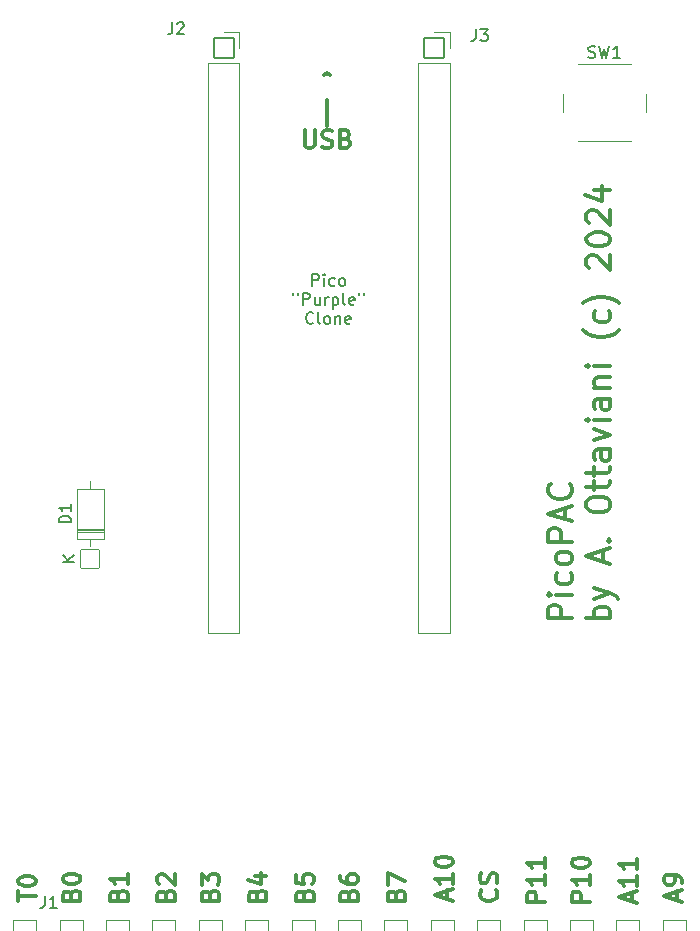
<source format=gbr>
%TF.GenerationSoftware,KiCad,Pcbnew,8.0.4*%
%TF.CreationDate,2024-09-11T17:50:29+02:00*%
%TF.ProjectId,PicoPAC,5069636f-5041-4432-9e6b-696361645f70,rev?*%
%TF.SameCoordinates,Original*%
%TF.FileFunction,Legend,Top*%
%TF.FilePolarity,Positive*%
%FSLAX46Y46*%
G04 Gerber Fmt 4.6, Leading zero omitted, Abs format (unit mm)*
G04 Created by KiCad (PCBNEW 8.0.4) date 2024-09-11 17:50:29*
%MOMM*%
%LPD*%
G01*
G04 APERTURE LIST*
G04 Aperture macros list*
%AMRoundRect*
0 Rectangle with rounded corners*
0 $1 Rounding radius*
0 $2 $3 $4 $5 $6 $7 $8 $9 X,Y pos of 4 corners*
0 Add a 4 corners polygon primitive as box body*
4,1,4,$2,$3,$4,$5,$6,$7,$8,$9,$2,$3,0*
0 Add four circle primitives for the rounded corners*
1,1,$1+$1,$2,$3*
1,1,$1+$1,$4,$5*
1,1,$1+$1,$6,$7*
1,1,$1+$1,$8,$9*
0 Add four rect primitives between the rounded corners*
20,1,$1+$1,$2,$3,$4,$5,0*
20,1,$1+$1,$4,$5,$6,$7,0*
20,1,$1+$1,$6,$7,$8,$9,0*
20,1,$1+$1,$8,$9,$2,$3,0*%
G04 Aperture macros list end*
%ADD10C,0.300000*%
%ADD11C,0.150000*%
%ADD12C,0.120000*%
%ADD13C,0.100000*%
%ADD14C,9.000000*%
%ADD15RoundRect,0.050800X-1.000000X-4.000000X1.000000X-4.000000X1.000000X4.000000X-1.000000X4.000000X0*%
%ADD16C,2.101600*%
%ADD17RoundRect,0.050800X-0.850000X-0.850000X0.850000X-0.850000X0.850000X0.850000X-0.850000X0.850000X0*%
%ADD18O,1.801600X1.801600*%
%ADD19RoundRect,0.050800X0.800000X-0.800000X0.800000X0.800000X-0.800000X0.800000X-0.800000X-0.800000X0*%
%ADD20O,1.701600X1.701600*%
G04 APERTURE END LIST*
D10*
X30392614Y-127857142D02*
X30464042Y-127642856D01*
X30464042Y-127642856D02*
X30535471Y-127571427D01*
X30535471Y-127571427D02*
X30678328Y-127499999D01*
X30678328Y-127499999D02*
X30892614Y-127499999D01*
X30892614Y-127499999D02*
X31035471Y-127571427D01*
X31035471Y-127571427D02*
X31106900Y-127642856D01*
X31106900Y-127642856D02*
X31178328Y-127785713D01*
X31178328Y-127785713D02*
X31178328Y-128357142D01*
X31178328Y-128357142D02*
X29678328Y-128357142D01*
X29678328Y-128357142D02*
X29678328Y-127857142D01*
X29678328Y-127857142D02*
X29749757Y-127714285D01*
X29749757Y-127714285D02*
X29821185Y-127642856D01*
X29821185Y-127642856D02*
X29964042Y-127571427D01*
X29964042Y-127571427D02*
X30106900Y-127571427D01*
X30106900Y-127571427D02*
X30249757Y-127642856D01*
X30249757Y-127642856D02*
X30321185Y-127714285D01*
X30321185Y-127714285D02*
X30392614Y-127857142D01*
X30392614Y-127857142D02*
X30392614Y-128357142D01*
X29678328Y-126571427D02*
X29678328Y-126428570D01*
X29678328Y-126428570D02*
X29749757Y-126285713D01*
X29749757Y-126285713D02*
X29821185Y-126214285D01*
X29821185Y-126214285D02*
X29964042Y-126142856D01*
X29964042Y-126142856D02*
X30249757Y-126071427D01*
X30249757Y-126071427D02*
X30606900Y-126071427D01*
X30606900Y-126071427D02*
X30892614Y-126142856D01*
X30892614Y-126142856D02*
X31035471Y-126214285D01*
X31035471Y-126214285D02*
X31106900Y-126285713D01*
X31106900Y-126285713D02*
X31178328Y-126428570D01*
X31178328Y-126428570D02*
X31178328Y-126571427D01*
X31178328Y-126571427D02*
X31106900Y-126714285D01*
X31106900Y-126714285D02*
X31035471Y-126785713D01*
X31035471Y-126785713D02*
X30892614Y-126857142D01*
X30892614Y-126857142D02*
X30606900Y-126928570D01*
X30606900Y-126928570D02*
X30249757Y-126928570D01*
X30249757Y-126928570D02*
X29964042Y-126857142D01*
X29964042Y-126857142D02*
X29821185Y-126785713D01*
X29821185Y-126785713D02*
X29749757Y-126714285D01*
X29749757Y-126714285D02*
X29678328Y-126571427D01*
X34392614Y-127857142D02*
X34464042Y-127642856D01*
X34464042Y-127642856D02*
X34535471Y-127571427D01*
X34535471Y-127571427D02*
X34678328Y-127499999D01*
X34678328Y-127499999D02*
X34892614Y-127499999D01*
X34892614Y-127499999D02*
X35035471Y-127571427D01*
X35035471Y-127571427D02*
X35106900Y-127642856D01*
X35106900Y-127642856D02*
X35178328Y-127785713D01*
X35178328Y-127785713D02*
X35178328Y-128357142D01*
X35178328Y-128357142D02*
X33678328Y-128357142D01*
X33678328Y-128357142D02*
X33678328Y-127857142D01*
X33678328Y-127857142D02*
X33749757Y-127714285D01*
X33749757Y-127714285D02*
X33821185Y-127642856D01*
X33821185Y-127642856D02*
X33964042Y-127571427D01*
X33964042Y-127571427D02*
X34106900Y-127571427D01*
X34106900Y-127571427D02*
X34249757Y-127642856D01*
X34249757Y-127642856D02*
X34321185Y-127714285D01*
X34321185Y-127714285D02*
X34392614Y-127857142D01*
X34392614Y-127857142D02*
X34392614Y-128357142D01*
X35178328Y-126071427D02*
X35178328Y-126928570D01*
X35178328Y-126499999D02*
X33678328Y-126499999D01*
X33678328Y-126499999D02*
X33892614Y-126642856D01*
X33892614Y-126642856D02*
X34035471Y-126785713D01*
X34035471Y-126785713D02*
X34106900Y-126928570D01*
X38392614Y-127857142D02*
X38464042Y-127642856D01*
X38464042Y-127642856D02*
X38535471Y-127571427D01*
X38535471Y-127571427D02*
X38678328Y-127499999D01*
X38678328Y-127499999D02*
X38892614Y-127499999D01*
X38892614Y-127499999D02*
X39035471Y-127571427D01*
X39035471Y-127571427D02*
X39106900Y-127642856D01*
X39106900Y-127642856D02*
X39178328Y-127785713D01*
X39178328Y-127785713D02*
X39178328Y-128357142D01*
X39178328Y-128357142D02*
X37678328Y-128357142D01*
X37678328Y-128357142D02*
X37678328Y-127857142D01*
X37678328Y-127857142D02*
X37749757Y-127714285D01*
X37749757Y-127714285D02*
X37821185Y-127642856D01*
X37821185Y-127642856D02*
X37964042Y-127571427D01*
X37964042Y-127571427D02*
X38106900Y-127571427D01*
X38106900Y-127571427D02*
X38249757Y-127642856D01*
X38249757Y-127642856D02*
X38321185Y-127714285D01*
X38321185Y-127714285D02*
X38392614Y-127857142D01*
X38392614Y-127857142D02*
X38392614Y-128357142D01*
X37821185Y-126928570D02*
X37749757Y-126857142D01*
X37749757Y-126857142D02*
X37678328Y-126714285D01*
X37678328Y-126714285D02*
X37678328Y-126357142D01*
X37678328Y-126357142D02*
X37749757Y-126214285D01*
X37749757Y-126214285D02*
X37821185Y-126142856D01*
X37821185Y-126142856D02*
X37964042Y-126071427D01*
X37964042Y-126071427D02*
X38106900Y-126071427D01*
X38106900Y-126071427D02*
X38321185Y-126142856D01*
X38321185Y-126142856D02*
X39178328Y-126999999D01*
X39178328Y-126999999D02*
X39178328Y-126071427D01*
X42142614Y-127857142D02*
X42214042Y-127642856D01*
X42214042Y-127642856D02*
X42285471Y-127571427D01*
X42285471Y-127571427D02*
X42428328Y-127499999D01*
X42428328Y-127499999D02*
X42642614Y-127499999D01*
X42642614Y-127499999D02*
X42785471Y-127571427D01*
X42785471Y-127571427D02*
X42856900Y-127642856D01*
X42856900Y-127642856D02*
X42928328Y-127785713D01*
X42928328Y-127785713D02*
X42928328Y-128357142D01*
X42928328Y-128357142D02*
X41428328Y-128357142D01*
X41428328Y-128357142D02*
X41428328Y-127857142D01*
X41428328Y-127857142D02*
X41499757Y-127714285D01*
X41499757Y-127714285D02*
X41571185Y-127642856D01*
X41571185Y-127642856D02*
X41714042Y-127571427D01*
X41714042Y-127571427D02*
X41856900Y-127571427D01*
X41856900Y-127571427D02*
X41999757Y-127642856D01*
X41999757Y-127642856D02*
X42071185Y-127714285D01*
X42071185Y-127714285D02*
X42142614Y-127857142D01*
X42142614Y-127857142D02*
X42142614Y-128357142D01*
X41428328Y-126999999D02*
X41428328Y-126071427D01*
X41428328Y-126071427D02*
X41999757Y-126571427D01*
X41999757Y-126571427D02*
X41999757Y-126357142D01*
X41999757Y-126357142D02*
X42071185Y-126214285D01*
X42071185Y-126214285D02*
X42142614Y-126142856D01*
X42142614Y-126142856D02*
X42285471Y-126071427D01*
X42285471Y-126071427D02*
X42642614Y-126071427D01*
X42642614Y-126071427D02*
X42785471Y-126142856D01*
X42785471Y-126142856D02*
X42856900Y-126214285D01*
X42856900Y-126214285D02*
X42928328Y-126357142D01*
X42928328Y-126357142D02*
X42928328Y-126785713D01*
X42928328Y-126785713D02*
X42856900Y-126928570D01*
X42856900Y-126928570D02*
X42785471Y-126999999D01*
X46142614Y-127857142D02*
X46214042Y-127642856D01*
X46214042Y-127642856D02*
X46285471Y-127571427D01*
X46285471Y-127571427D02*
X46428328Y-127499999D01*
X46428328Y-127499999D02*
X46642614Y-127499999D01*
X46642614Y-127499999D02*
X46785471Y-127571427D01*
X46785471Y-127571427D02*
X46856900Y-127642856D01*
X46856900Y-127642856D02*
X46928328Y-127785713D01*
X46928328Y-127785713D02*
X46928328Y-128357142D01*
X46928328Y-128357142D02*
X45428328Y-128357142D01*
X45428328Y-128357142D02*
X45428328Y-127857142D01*
X45428328Y-127857142D02*
X45499757Y-127714285D01*
X45499757Y-127714285D02*
X45571185Y-127642856D01*
X45571185Y-127642856D02*
X45714042Y-127571427D01*
X45714042Y-127571427D02*
X45856900Y-127571427D01*
X45856900Y-127571427D02*
X45999757Y-127642856D01*
X45999757Y-127642856D02*
X46071185Y-127714285D01*
X46071185Y-127714285D02*
X46142614Y-127857142D01*
X46142614Y-127857142D02*
X46142614Y-128357142D01*
X45928328Y-126214285D02*
X46928328Y-126214285D01*
X45356900Y-126571427D02*
X46428328Y-126928570D01*
X46428328Y-126928570D02*
X46428328Y-125999999D01*
X50142614Y-127857142D02*
X50214042Y-127642856D01*
X50214042Y-127642856D02*
X50285471Y-127571427D01*
X50285471Y-127571427D02*
X50428328Y-127499999D01*
X50428328Y-127499999D02*
X50642614Y-127499999D01*
X50642614Y-127499999D02*
X50785471Y-127571427D01*
X50785471Y-127571427D02*
X50856900Y-127642856D01*
X50856900Y-127642856D02*
X50928328Y-127785713D01*
X50928328Y-127785713D02*
X50928328Y-128357142D01*
X50928328Y-128357142D02*
X49428328Y-128357142D01*
X49428328Y-128357142D02*
X49428328Y-127857142D01*
X49428328Y-127857142D02*
X49499757Y-127714285D01*
X49499757Y-127714285D02*
X49571185Y-127642856D01*
X49571185Y-127642856D02*
X49714042Y-127571427D01*
X49714042Y-127571427D02*
X49856900Y-127571427D01*
X49856900Y-127571427D02*
X49999757Y-127642856D01*
X49999757Y-127642856D02*
X50071185Y-127714285D01*
X50071185Y-127714285D02*
X50142614Y-127857142D01*
X50142614Y-127857142D02*
X50142614Y-128357142D01*
X49428328Y-126142856D02*
X49428328Y-126857142D01*
X49428328Y-126857142D02*
X50142614Y-126928570D01*
X50142614Y-126928570D02*
X50071185Y-126857142D01*
X50071185Y-126857142D02*
X49999757Y-126714285D01*
X49999757Y-126714285D02*
X49999757Y-126357142D01*
X49999757Y-126357142D02*
X50071185Y-126214285D01*
X50071185Y-126214285D02*
X50142614Y-126142856D01*
X50142614Y-126142856D02*
X50285471Y-126071427D01*
X50285471Y-126071427D02*
X50642614Y-126071427D01*
X50642614Y-126071427D02*
X50785471Y-126142856D01*
X50785471Y-126142856D02*
X50856900Y-126214285D01*
X50856900Y-126214285D02*
X50928328Y-126357142D01*
X50928328Y-126357142D02*
X50928328Y-126714285D01*
X50928328Y-126714285D02*
X50856900Y-126857142D01*
X50856900Y-126857142D02*
X50785471Y-126928570D01*
X53892614Y-127857142D02*
X53964042Y-127642856D01*
X53964042Y-127642856D02*
X54035471Y-127571427D01*
X54035471Y-127571427D02*
X54178328Y-127499999D01*
X54178328Y-127499999D02*
X54392614Y-127499999D01*
X54392614Y-127499999D02*
X54535471Y-127571427D01*
X54535471Y-127571427D02*
X54606900Y-127642856D01*
X54606900Y-127642856D02*
X54678328Y-127785713D01*
X54678328Y-127785713D02*
X54678328Y-128357142D01*
X54678328Y-128357142D02*
X53178328Y-128357142D01*
X53178328Y-128357142D02*
X53178328Y-127857142D01*
X53178328Y-127857142D02*
X53249757Y-127714285D01*
X53249757Y-127714285D02*
X53321185Y-127642856D01*
X53321185Y-127642856D02*
X53464042Y-127571427D01*
X53464042Y-127571427D02*
X53606900Y-127571427D01*
X53606900Y-127571427D02*
X53749757Y-127642856D01*
X53749757Y-127642856D02*
X53821185Y-127714285D01*
X53821185Y-127714285D02*
X53892614Y-127857142D01*
X53892614Y-127857142D02*
X53892614Y-128357142D01*
X53178328Y-126214285D02*
X53178328Y-126499999D01*
X53178328Y-126499999D02*
X53249757Y-126642856D01*
X53249757Y-126642856D02*
X53321185Y-126714285D01*
X53321185Y-126714285D02*
X53535471Y-126857142D01*
X53535471Y-126857142D02*
X53821185Y-126928570D01*
X53821185Y-126928570D02*
X54392614Y-126928570D01*
X54392614Y-126928570D02*
X54535471Y-126857142D01*
X54535471Y-126857142D02*
X54606900Y-126785713D01*
X54606900Y-126785713D02*
X54678328Y-126642856D01*
X54678328Y-126642856D02*
X54678328Y-126357142D01*
X54678328Y-126357142D02*
X54606900Y-126214285D01*
X54606900Y-126214285D02*
X54535471Y-126142856D01*
X54535471Y-126142856D02*
X54392614Y-126071427D01*
X54392614Y-126071427D02*
X54035471Y-126071427D01*
X54035471Y-126071427D02*
X53892614Y-126142856D01*
X53892614Y-126142856D02*
X53821185Y-126214285D01*
X53821185Y-126214285D02*
X53749757Y-126357142D01*
X53749757Y-126357142D02*
X53749757Y-126642856D01*
X53749757Y-126642856D02*
X53821185Y-126785713D01*
X53821185Y-126785713D02*
X53892614Y-126857142D01*
X53892614Y-126857142D02*
X54035471Y-126928570D01*
X57892614Y-127857142D02*
X57964042Y-127642856D01*
X57964042Y-127642856D02*
X58035471Y-127571427D01*
X58035471Y-127571427D02*
X58178328Y-127499999D01*
X58178328Y-127499999D02*
X58392614Y-127499999D01*
X58392614Y-127499999D02*
X58535471Y-127571427D01*
X58535471Y-127571427D02*
X58606900Y-127642856D01*
X58606900Y-127642856D02*
X58678328Y-127785713D01*
X58678328Y-127785713D02*
X58678328Y-128357142D01*
X58678328Y-128357142D02*
X57178328Y-128357142D01*
X57178328Y-128357142D02*
X57178328Y-127857142D01*
X57178328Y-127857142D02*
X57249757Y-127714285D01*
X57249757Y-127714285D02*
X57321185Y-127642856D01*
X57321185Y-127642856D02*
X57464042Y-127571427D01*
X57464042Y-127571427D02*
X57606900Y-127571427D01*
X57606900Y-127571427D02*
X57749757Y-127642856D01*
X57749757Y-127642856D02*
X57821185Y-127714285D01*
X57821185Y-127714285D02*
X57892614Y-127857142D01*
X57892614Y-127857142D02*
X57892614Y-128357142D01*
X57178328Y-126999999D02*
X57178328Y-125999999D01*
X57178328Y-125999999D02*
X58678328Y-126642856D01*
X62249757Y-128185713D02*
X62249757Y-127471428D01*
X62678328Y-128328570D02*
X61178328Y-127828570D01*
X61178328Y-127828570D02*
X62678328Y-127328570D01*
X62678328Y-126042856D02*
X62678328Y-126899999D01*
X62678328Y-126471428D02*
X61178328Y-126471428D01*
X61178328Y-126471428D02*
X61392614Y-126614285D01*
X61392614Y-126614285D02*
X61535471Y-126757142D01*
X61535471Y-126757142D02*
X61606900Y-126899999D01*
X61178328Y-125114285D02*
X61178328Y-124971428D01*
X61178328Y-124971428D02*
X61249757Y-124828571D01*
X61249757Y-124828571D02*
X61321185Y-124757143D01*
X61321185Y-124757143D02*
X61464042Y-124685714D01*
X61464042Y-124685714D02*
X61749757Y-124614285D01*
X61749757Y-124614285D02*
X62106900Y-124614285D01*
X62106900Y-124614285D02*
X62392614Y-124685714D01*
X62392614Y-124685714D02*
X62535471Y-124757143D01*
X62535471Y-124757143D02*
X62606900Y-124828571D01*
X62606900Y-124828571D02*
X62678328Y-124971428D01*
X62678328Y-124971428D02*
X62678328Y-125114285D01*
X62678328Y-125114285D02*
X62606900Y-125257143D01*
X62606900Y-125257143D02*
X62535471Y-125328571D01*
X62535471Y-125328571D02*
X62392614Y-125400000D01*
X62392614Y-125400000D02*
X62106900Y-125471428D01*
X62106900Y-125471428D02*
X61749757Y-125471428D01*
X61749757Y-125471428D02*
X61464042Y-125400000D01*
X61464042Y-125400000D02*
X61321185Y-125328571D01*
X61321185Y-125328571D02*
X61249757Y-125257143D01*
X61249757Y-125257143D02*
X61178328Y-125114285D01*
X66335471Y-127449999D02*
X66406900Y-127521427D01*
X66406900Y-127521427D02*
X66478328Y-127735713D01*
X66478328Y-127735713D02*
X66478328Y-127878570D01*
X66478328Y-127878570D02*
X66406900Y-128092856D01*
X66406900Y-128092856D02*
X66264042Y-128235713D01*
X66264042Y-128235713D02*
X66121185Y-128307142D01*
X66121185Y-128307142D02*
X65835471Y-128378570D01*
X65835471Y-128378570D02*
X65621185Y-128378570D01*
X65621185Y-128378570D02*
X65335471Y-128307142D01*
X65335471Y-128307142D02*
X65192614Y-128235713D01*
X65192614Y-128235713D02*
X65049757Y-128092856D01*
X65049757Y-128092856D02*
X64978328Y-127878570D01*
X64978328Y-127878570D02*
X64978328Y-127735713D01*
X64978328Y-127735713D02*
X65049757Y-127521427D01*
X65049757Y-127521427D02*
X65121185Y-127449999D01*
X66406900Y-126878570D02*
X66478328Y-126664285D01*
X66478328Y-126664285D02*
X66478328Y-126307142D01*
X66478328Y-126307142D02*
X66406900Y-126164285D01*
X66406900Y-126164285D02*
X66335471Y-126092856D01*
X66335471Y-126092856D02*
X66192614Y-126021427D01*
X66192614Y-126021427D02*
X66049757Y-126021427D01*
X66049757Y-126021427D02*
X65906900Y-126092856D01*
X65906900Y-126092856D02*
X65835471Y-126164285D01*
X65835471Y-126164285D02*
X65764042Y-126307142D01*
X65764042Y-126307142D02*
X65692614Y-126592856D01*
X65692614Y-126592856D02*
X65621185Y-126735713D01*
X65621185Y-126735713D02*
X65549757Y-126807142D01*
X65549757Y-126807142D02*
X65406900Y-126878570D01*
X65406900Y-126878570D02*
X65264042Y-126878570D01*
X65264042Y-126878570D02*
X65121185Y-126807142D01*
X65121185Y-126807142D02*
X65049757Y-126735713D01*
X65049757Y-126735713D02*
X64978328Y-126592856D01*
X64978328Y-126592856D02*
X64978328Y-126235713D01*
X64978328Y-126235713D02*
X65049757Y-126021427D01*
X70478328Y-128421428D02*
X68978328Y-128421428D01*
X68978328Y-128421428D02*
X68978328Y-127849999D01*
X68978328Y-127849999D02*
X69049757Y-127707142D01*
X69049757Y-127707142D02*
X69121185Y-127635713D01*
X69121185Y-127635713D02*
X69264042Y-127564285D01*
X69264042Y-127564285D02*
X69478328Y-127564285D01*
X69478328Y-127564285D02*
X69621185Y-127635713D01*
X69621185Y-127635713D02*
X69692614Y-127707142D01*
X69692614Y-127707142D02*
X69764042Y-127849999D01*
X69764042Y-127849999D02*
X69764042Y-128421428D01*
X70478328Y-126135713D02*
X70478328Y-126992856D01*
X70478328Y-126564285D02*
X68978328Y-126564285D01*
X68978328Y-126564285D02*
X69192614Y-126707142D01*
X69192614Y-126707142D02*
X69335471Y-126849999D01*
X69335471Y-126849999D02*
X69406900Y-126992856D01*
X70478328Y-124707142D02*
X70478328Y-125564285D01*
X70478328Y-125135714D02*
X68978328Y-125135714D01*
X68978328Y-125135714D02*
X69192614Y-125278571D01*
X69192614Y-125278571D02*
X69335471Y-125421428D01*
X69335471Y-125421428D02*
X69406900Y-125564285D01*
X74278328Y-128421428D02*
X72778328Y-128421428D01*
X72778328Y-128421428D02*
X72778328Y-127849999D01*
X72778328Y-127849999D02*
X72849757Y-127707142D01*
X72849757Y-127707142D02*
X72921185Y-127635713D01*
X72921185Y-127635713D02*
X73064042Y-127564285D01*
X73064042Y-127564285D02*
X73278328Y-127564285D01*
X73278328Y-127564285D02*
X73421185Y-127635713D01*
X73421185Y-127635713D02*
X73492614Y-127707142D01*
X73492614Y-127707142D02*
X73564042Y-127849999D01*
X73564042Y-127849999D02*
X73564042Y-128421428D01*
X74278328Y-126135713D02*
X74278328Y-126992856D01*
X74278328Y-126564285D02*
X72778328Y-126564285D01*
X72778328Y-126564285D02*
X72992614Y-126707142D01*
X72992614Y-126707142D02*
X73135471Y-126849999D01*
X73135471Y-126849999D02*
X73206900Y-126992856D01*
X72778328Y-125207142D02*
X72778328Y-125064285D01*
X72778328Y-125064285D02*
X72849757Y-124921428D01*
X72849757Y-124921428D02*
X72921185Y-124850000D01*
X72921185Y-124850000D02*
X73064042Y-124778571D01*
X73064042Y-124778571D02*
X73349757Y-124707142D01*
X73349757Y-124707142D02*
X73706900Y-124707142D01*
X73706900Y-124707142D02*
X73992614Y-124778571D01*
X73992614Y-124778571D02*
X74135471Y-124850000D01*
X74135471Y-124850000D02*
X74206900Y-124921428D01*
X74206900Y-124921428D02*
X74278328Y-125064285D01*
X74278328Y-125064285D02*
X74278328Y-125207142D01*
X74278328Y-125207142D02*
X74206900Y-125350000D01*
X74206900Y-125350000D02*
X74135471Y-125421428D01*
X74135471Y-125421428D02*
X73992614Y-125492857D01*
X73992614Y-125492857D02*
X73706900Y-125564285D01*
X73706900Y-125564285D02*
X73349757Y-125564285D01*
X73349757Y-125564285D02*
X73064042Y-125492857D01*
X73064042Y-125492857D02*
X72921185Y-125421428D01*
X72921185Y-125421428D02*
X72849757Y-125350000D01*
X72849757Y-125350000D02*
X72778328Y-125207142D01*
X77849757Y-128385713D02*
X77849757Y-127671428D01*
X78278328Y-128528570D02*
X76778328Y-128028570D01*
X76778328Y-128028570D02*
X78278328Y-127528570D01*
X78278328Y-126242856D02*
X78278328Y-127099999D01*
X78278328Y-126671428D02*
X76778328Y-126671428D01*
X76778328Y-126671428D02*
X76992614Y-126814285D01*
X76992614Y-126814285D02*
X77135471Y-126957142D01*
X77135471Y-126957142D02*
X77206900Y-127099999D01*
X78278328Y-124814285D02*
X78278328Y-125671428D01*
X78278328Y-125242857D02*
X76778328Y-125242857D01*
X76778328Y-125242857D02*
X76992614Y-125385714D01*
X76992614Y-125385714D02*
X77135471Y-125528571D01*
X77135471Y-125528571D02*
X77206900Y-125671428D01*
X81649757Y-128271427D02*
X81649757Y-127557142D01*
X82078328Y-128414284D02*
X80578328Y-127914284D01*
X80578328Y-127914284D02*
X82078328Y-127414284D01*
X82078328Y-126842856D02*
X82078328Y-126557142D01*
X82078328Y-126557142D02*
X82006900Y-126414285D01*
X82006900Y-126414285D02*
X81935471Y-126342856D01*
X81935471Y-126342856D02*
X81721185Y-126199999D01*
X81721185Y-126199999D02*
X81435471Y-126128570D01*
X81435471Y-126128570D02*
X80864042Y-126128570D01*
X80864042Y-126128570D02*
X80721185Y-126199999D01*
X80721185Y-126199999D02*
X80649757Y-126271428D01*
X80649757Y-126271428D02*
X80578328Y-126414285D01*
X80578328Y-126414285D02*
X80578328Y-126699999D01*
X80578328Y-126699999D02*
X80649757Y-126842856D01*
X80649757Y-126842856D02*
X80721185Y-126914285D01*
X80721185Y-126914285D02*
X80864042Y-126985713D01*
X80864042Y-126985713D02*
X81221185Y-126985713D01*
X81221185Y-126985713D02*
X81364042Y-126914285D01*
X81364042Y-126914285D02*
X81435471Y-126842856D01*
X81435471Y-126842856D02*
X81506900Y-126699999D01*
X81506900Y-126699999D02*
X81506900Y-126414285D01*
X81506900Y-126414285D02*
X81435471Y-126271428D01*
X81435471Y-126271428D02*
X81364042Y-126199999D01*
X81364042Y-126199999D02*
X81221185Y-126128570D01*
X72794750Y-104426441D02*
X70794750Y-104426441D01*
X70794750Y-104426441D02*
X70794750Y-103664536D01*
X70794750Y-103664536D02*
X70889988Y-103474060D01*
X70889988Y-103474060D02*
X70985226Y-103378822D01*
X70985226Y-103378822D02*
X71175702Y-103283584D01*
X71175702Y-103283584D02*
X71461416Y-103283584D01*
X71461416Y-103283584D02*
X71651892Y-103378822D01*
X71651892Y-103378822D02*
X71747131Y-103474060D01*
X71747131Y-103474060D02*
X71842369Y-103664536D01*
X71842369Y-103664536D02*
X71842369Y-104426441D01*
X72794750Y-102426441D02*
X71461416Y-102426441D01*
X70794750Y-102426441D02*
X70889988Y-102521679D01*
X70889988Y-102521679D02*
X70985226Y-102426441D01*
X70985226Y-102426441D02*
X70889988Y-102331203D01*
X70889988Y-102331203D02*
X70794750Y-102426441D01*
X70794750Y-102426441D02*
X70985226Y-102426441D01*
X72699512Y-100616917D02*
X72794750Y-100807393D01*
X72794750Y-100807393D02*
X72794750Y-101188346D01*
X72794750Y-101188346D02*
X72699512Y-101378822D01*
X72699512Y-101378822D02*
X72604273Y-101474060D01*
X72604273Y-101474060D02*
X72413797Y-101569298D01*
X72413797Y-101569298D02*
X71842369Y-101569298D01*
X71842369Y-101569298D02*
X71651892Y-101474060D01*
X71651892Y-101474060D02*
X71556654Y-101378822D01*
X71556654Y-101378822D02*
X71461416Y-101188346D01*
X71461416Y-101188346D02*
X71461416Y-100807393D01*
X71461416Y-100807393D02*
X71556654Y-100616917D01*
X72794750Y-99474060D02*
X72699512Y-99664536D01*
X72699512Y-99664536D02*
X72604273Y-99759774D01*
X72604273Y-99759774D02*
X72413797Y-99855012D01*
X72413797Y-99855012D02*
X71842369Y-99855012D01*
X71842369Y-99855012D02*
X71651892Y-99759774D01*
X71651892Y-99759774D02*
X71556654Y-99664536D01*
X71556654Y-99664536D02*
X71461416Y-99474060D01*
X71461416Y-99474060D02*
X71461416Y-99188345D01*
X71461416Y-99188345D02*
X71556654Y-98997869D01*
X71556654Y-98997869D02*
X71651892Y-98902631D01*
X71651892Y-98902631D02*
X71842369Y-98807393D01*
X71842369Y-98807393D02*
X72413797Y-98807393D01*
X72413797Y-98807393D02*
X72604273Y-98902631D01*
X72604273Y-98902631D02*
X72699512Y-98997869D01*
X72699512Y-98997869D02*
X72794750Y-99188345D01*
X72794750Y-99188345D02*
X72794750Y-99474060D01*
X72794750Y-97950250D02*
X70794750Y-97950250D01*
X70794750Y-97950250D02*
X70794750Y-97188345D01*
X70794750Y-97188345D02*
X70889988Y-96997869D01*
X70889988Y-96997869D02*
X70985226Y-96902631D01*
X70985226Y-96902631D02*
X71175702Y-96807393D01*
X71175702Y-96807393D02*
X71461416Y-96807393D01*
X71461416Y-96807393D02*
X71651892Y-96902631D01*
X71651892Y-96902631D02*
X71747131Y-96997869D01*
X71747131Y-96997869D02*
X71842369Y-97188345D01*
X71842369Y-97188345D02*
X71842369Y-97950250D01*
X72223321Y-96045488D02*
X72223321Y-95093107D01*
X72794750Y-96235964D02*
X70794750Y-95569298D01*
X70794750Y-95569298D02*
X72794750Y-94902631D01*
X72604273Y-93093107D02*
X72699512Y-93188345D01*
X72699512Y-93188345D02*
X72794750Y-93474059D01*
X72794750Y-93474059D02*
X72794750Y-93664535D01*
X72794750Y-93664535D02*
X72699512Y-93950250D01*
X72699512Y-93950250D02*
X72509035Y-94140726D01*
X72509035Y-94140726D02*
X72318559Y-94235964D01*
X72318559Y-94235964D02*
X71937607Y-94331202D01*
X71937607Y-94331202D02*
X71651892Y-94331202D01*
X71651892Y-94331202D02*
X71270940Y-94235964D01*
X71270940Y-94235964D02*
X71080464Y-94140726D01*
X71080464Y-94140726D02*
X70889988Y-93950250D01*
X70889988Y-93950250D02*
X70794750Y-93664535D01*
X70794750Y-93664535D02*
X70794750Y-93474059D01*
X70794750Y-93474059D02*
X70889988Y-93188345D01*
X70889988Y-93188345D02*
X70985226Y-93093107D01*
X76014638Y-104426441D02*
X74014638Y-104426441D01*
X74776542Y-104426441D02*
X74681304Y-104235965D01*
X74681304Y-104235965D02*
X74681304Y-103855012D01*
X74681304Y-103855012D02*
X74776542Y-103664536D01*
X74776542Y-103664536D02*
X74871780Y-103569298D01*
X74871780Y-103569298D02*
X75062257Y-103474060D01*
X75062257Y-103474060D02*
X75633685Y-103474060D01*
X75633685Y-103474060D02*
X75824161Y-103569298D01*
X75824161Y-103569298D02*
X75919400Y-103664536D01*
X75919400Y-103664536D02*
X76014638Y-103855012D01*
X76014638Y-103855012D02*
X76014638Y-104235965D01*
X76014638Y-104235965D02*
X75919400Y-104426441D01*
X74681304Y-102807393D02*
X76014638Y-102331203D01*
X74681304Y-101855012D02*
X76014638Y-102331203D01*
X76014638Y-102331203D02*
X76490828Y-102521679D01*
X76490828Y-102521679D02*
X76586066Y-102616917D01*
X76586066Y-102616917D02*
X76681304Y-102807393D01*
X75443209Y-99664535D02*
X75443209Y-98712154D01*
X76014638Y-99855011D02*
X74014638Y-99188345D01*
X74014638Y-99188345D02*
X76014638Y-98521678D01*
X75824161Y-97855011D02*
X75919400Y-97759773D01*
X75919400Y-97759773D02*
X76014638Y-97855011D01*
X76014638Y-97855011D02*
X75919400Y-97950249D01*
X75919400Y-97950249D02*
X75824161Y-97855011D01*
X75824161Y-97855011D02*
X76014638Y-97855011D01*
X74014638Y-94997868D02*
X74014638Y-94616915D01*
X74014638Y-94616915D02*
X74109876Y-94426439D01*
X74109876Y-94426439D02*
X74300352Y-94235963D01*
X74300352Y-94235963D02*
X74681304Y-94140725D01*
X74681304Y-94140725D02*
X75347971Y-94140725D01*
X75347971Y-94140725D02*
X75728923Y-94235963D01*
X75728923Y-94235963D02*
X75919400Y-94426439D01*
X75919400Y-94426439D02*
X76014638Y-94616915D01*
X76014638Y-94616915D02*
X76014638Y-94997868D01*
X76014638Y-94997868D02*
X75919400Y-95188344D01*
X75919400Y-95188344D02*
X75728923Y-95378820D01*
X75728923Y-95378820D02*
X75347971Y-95474058D01*
X75347971Y-95474058D02*
X74681304Y-95474058D01*
X74681304Y-95474058D02*
X74300352Y-95378820D01*
X74300352Y-95378820D02*
X74109876Y-95188344D01*
X74109876Y-95188344D02*
X74014638Y-94997868D01*
X74681304Y-93569296D02*
X74681304Y-92807392D01*
X74014638Y-93283582D02*
X75728923Y-93283582D01*
X75728923Y-93283582D02*
X75919400Y-93188344D01*
X75919400Y-93188344D02*
X76014638Y-92997868D01*
X76014638Y-92997868D02*
X76014638Y-92807392D01*
X74681304Y-92426439D02*
X74681304Y-91664535D01*
X74014638Y-92140725D02*
X75728923Y-92140725D01*
X75728923Y-92140725D02*
X75919400Y-92045487D01*
X75919400Y-92045487D02*
X76014638Y-91855011D01*
X76014638Y-91855011D02*
X76014638Y-91664535D01*
X76014638Y-90140725D02*
X74967019Y-90140725D01*
X74967019Y-90140725D02*
X74776542Y-90235963D01*
X74776542Y-90235963D02*
X74681304Y-90426439D01*
X74681304Y-90426439D02*
X74681304Y-90807392D01*
X74681304Y-90807392D02*
X74776542Y-90997868D01*
X75919400Y-90140725D02*
X76014638Y-90331201D01*
X76014638Y-90331201D02*
X76014638Y-90807392D01*
X76014638Y-90807392D02*
X75919400Y-90997868D01*
X75919400Y-90997868D02*
X75728923Y-91093106D01*
X75728923Y-91093106D02*
X75538447Y-91093106D01*
X75538447Y-91093106D02*
X75347971Y-90997868D01*
X75347971Y-90997868D02*
X75252733Y-90807392D01*
X75252733Y-90807392D02*
X75252733Y-90331201D01*
X75252733Y-90331201D02*
X75157495Y-90140725D01*
X74681304Y-89378820D02*
X76014638Y-88902630D01*
X76014638Y-88902630D02*
X74681304Y-88426439D01*
X76014638Y-87664534D02*
X74681304Y-87664534D01*
X74014638Y-87664534D02*
X74109876Y-87759772D01*
X74109876Y-87759772D02*
X74205114Y-87664534D01*
X74205114Y-87664534D02*
X74109876Y-87569296D01*
X74109876Y-87569296D02*
X74014638Y-87664534D01*
X74014638Y-87664534D02*
X74205114Y-87664534D01*
X76014638Y-85855010D02*
X74967019Y-85855010D01*
X74967019Y-85855010D02*
X74776542Y-85950248D01*
X74776542Y-85950248D02*
X74681304Y-86140724D01*
X74681304Y-86140724D02*
X74681304Y-86521677D01*
X74681304Y-86521677D02*
X74776542Y-86712153D01*
X75919400Y-85855010D02*
X76014638Y-86045486D01*
X76014638Y-86045486D02*
X76014638Y-86521677D01*
X76014638Y-86521677D02*
X75919400Y-86712153D01*
X75919400Y-86712153D02*
X75728923Y-86807391D01*
X75728923Y-86807391D02*
X75538447Y-86807391D01*
X75538447Y-86807391D02*
X75347971Y-86712153D01*
X75347971Y-86712153D02*
X75252733Y-86521677D01*
X75252733Y-86521677D02*
X75252733Y-86045486D01*
X75252733Y-86045486D02*
X75157495Y-85855010D01*
X74681304Y-84902629D02*
X76014638Y-84902629D01*
X74871780Y-84902629D02*
X74776542Y-84807391D01*
X74776542Y-84807391D02*
X74681304Y-84616915D01*
X74681304Y-84616915D02*
X74681304Y-84331200D01*
X74681304Y-84331200D02*
X74776542Y-84140724D01*
X74776542Y-84140724D02*
X74967019Y-84045486D01*
X74967019Y-84045486D02*
X76014638Y-84045486D01*
X76014638Y-83093105D02*
X74681304Y-83093105D01*
X74014638Y-83093105D02*
X74109876Y-83188343D01*
X74109876Y-83188343D02*
X74205114Y-83093105D01*
X74205114Y-83093105D02*
X74109876Y-82997867D01*
X74109876Y-82997867D02*
X74014638Y-83093105D01*
X74014638Y-83093105D02*
X74205114Y-83093105D01*
X76776542Y-80045485D02*
X76681304Y-80140724D01*
X76681304Y-80140724D02*
X76395590Y-80331200D01*
X76395590Y-80331200D02*
X76205114Y-80426438D01*
X76205114Y-80426438D02*
X75919400Y-80521676D01*
X75919400Y-80521676D02*
X75443209Y-80616914D01*
X75443209Y-80616914D02*
X75062257Y-80616914D01*
X75062257Y-80616914D02*
X74586066Y-80521676D01*
X74586066Y-80521676D02*
X74300352Y-80426438D01*
X74300352Y-80426438D02*
X74109876Y-80331200D01*
X74109876Y-80331200D02*
X73824161Y-80140724D01*
X73824161Y-80140724D02*
X73728923Y-80045485D01*
X75919400Y-78426438D02*
X76014638Y-78616914D01*
X76014638Y-78616914D02*
X76014638Y-78997867D01*
X76014638Y-78997867D02*
X75919400Y-79188343D01*
X75919400Y-79188343D02*
X75824161Y-79283581D01*
X75824161Y-79283581D02*
X75633685Y-79378819D01*
X75633685Y-79378819D02*
X75062257Y-79378819D01*
X75062257Y-79378819D02*
X74871780Y-79283581D01*
X74871780Y-79283581D02*
X74776542Y-79188343D01*
X74776542Y-79188343D02*
X74681304Y-78997867D01*
X74681304Y-78997867D02*
X74681304Y-78616914D01*
X74681304Y-78616914D02*
X74776542Y-78426438D01*
X76776542Y-77759771D02*
X76681304Y-77664533D01*
X76681304Y-77664533D02*
X76395590Y-77474057D01*
X76395590Y-77474057D02*
X76205114Y-77378819D01*
X76205114Y-77378819D02*
X75919400Y-77283581D01*
X75919400Y-77283581D02*
X75443209Y-77188343D01*
X75443209Y-77188343D02*
X75062257Y-77188343D01*
X75062257Y-77188343D02*
X74586066Y-77283581D01*
X74586066Y-77283581D02*
X74300352Y-77378819D01*
X74300352Y-77378819D02*
X74109876Y-77474057D01*
X74109876Y-77474057D02*
X73824161Y-77664533D01*
X73824161Y-77664533D02*
X73728923Y-77759771D01*
X74205114Y-74807390D02*
X74109876Y-74712152D01*
X74109876Y-74712152D02*
X74014638Y-74521676D01*
X74014638Y-74521676D02*
X74014638Y-74045485D01*
X74014638Y-74045485D02*
X74109876Y-73855009D01*
X74109876Y-73855009D02*
X74205114Y-73759771D01*
X74205114Y-73759771D02*
X74395590Y-73664533D01*
X74395590Y-73664533D02*
X74586066Y-73664533D01*
X74586066Y-73664533D02*
X74871780Y-73759771D01*
X74871780Y-73759771D02*
X76014638Y-74902628D01*
X76014638Y-74902628D02*
X76014638Y-73664533D01*
X74014638Y-72426438D02*
X74014638Y-72235961D01*
X74014638Y-72235961D02*
X74109876Y-72045485D01*
X74109876Y-72045485D02*
X74205114Y-71950247D01*
X74205114Y-71950247D02*
X74395590Y-71855009D01*
X74395590Y-71855009D02*
X74776542Y-71759771D01*
X74776542Y-71759771D02*
X75252733Y-71759771D01*
X75252733Y-71759771D02*
X75633685Y-71855009D01*
X75633685Y-71855009D02*
X75824161Y-71950247D01*
X75824161Y-71950247D02*
X75919400Y-72045485D01*
X75919400Y-72045485D02*
X76014638Y-72235961D01*
X76014638Y-72235961D02*
X76014638Y-72426438D01*
X76014638Y-72426438D02*
X75919400Y-72616914D01*
X75919400Y-72616914D02*
X75824161Y-72712152D01*
X75824161Y-72712152D02*
X75633685Y-72807390D01*
X75633685Y-72807390D02*
X75252733Y-72902628D01*
X75252733Y-72902628D02*
X74776542Y-72902628D01*
X74776542Y-72902628D02*
X74395590Y-72807390D01*
X74395590Y-72807390D02*
X74205114Y-72712152D01*
X74205114Y-72712152D02*
X74109876Y-72616914D01*
X74109876Y-72616914D02*
X74014638Y-72426438D01*
X74205114Y-70997866D02*
X74109876Y-70902628D01*
X74109876Y-70902628D02*
X74014638Y-70712152D01*
X74014638Y-70712152D02*
X74014638Y-70235961D01*
X74014638Y-70235961D02*
X74109876Y-70045485D01*
X74109876Y-70045485D02*
X74205114Y-69950247D01*
X74205114Y-69950247D02*
X74395590Y-69855009D01*
X74395590Y-69855009D02*
X74586066Y-69855009D01*
X74586066Y-69855009D02*
X74871780Y-69950247D01*
X74871780Y-69950247D02*
X76014638Y-71093104D01*
X76014638Y-71093104D02*
X76014638Y-69855009D01*
X74681304Y-68140723D02*
X76014638Y-68140723D01*
X73919400Y-68616914D02*
X75347971Y-69093104D01*
X75347971Y-69093104D02*
X75347971Y-67855009D01*
X25928328Y-128392856D02*
X25928328Y-127535714D01*
X27428328Y-127964285D02*
X25928328Y-127964285D01*
X25928328Y-126749999D02*
X25928328Y-126607142D01*
X25928328Y-126607142D02*
X25999757Y-126464285D01*
X25999757Y-126464285D02*
X26071185Y-126392857D01*
X26071185Y-126392857D02*
X26214042Y-126321428D01*
X26214042Y-126321428D02*
X26499757Y-126249999D01*
X26499757Y-126249999D02*
X26856900Y-126249999D01*
X26856900Y-126249999D02*
X27142614Y-126321428D01*
X27142614Y-126321428D02*
X27285471Y-126392857D01*
X27285471Y-126392857D02*
X27356900Y-126464285D01*
X27356900Y-126464285D02*
X27428328Y-126607142D01*
X27428328Y-126607142D02*
X27428328Y-126749999D01*
X27428328Y-126749999D02*
X27356900Y-126892857D01*
X27356900Y-126892857D02*
X27285471Y-126964285D01*
X27285471Y-126964285D02*
X27142614Y-127035714D01*
X27142614Y-127035714D02*
X26856900Y-127107142D01*
X26856900Y-127107142D02*
X26499757Y-127107142D01*
X26499757Y-127107142D02*
X26214042Y-127035714D01*
X26214042Y-127035714D02*
X26071185Y-126964285D01*
X26071185Y-126964285D02*
X25999757Y-126892857D01*
X25999757Y-126892857D02*
X25928328Y-126749999D01*
D11*
X50794048Y-76299931D02*
X50794048Y-75299931D01*
X50794048Y-75299931D02*
X51175000Y-75299931D01*
X51175000Y-75299931D02*
X51270238Y-75347550D01*
X51270238Y-75347550D02*
X51317857Y-75395169D01*
X51317857Y-75395169D02*
X51365476Y-75490407D01*
X51365476Y-75490407D02*
X51365476Y-75633264D01*
X51365476Y-75633264D02*
X51317857Y-75728502D01*
X51317857Y-75728502D02*
X51270238Y-75776121D01*
X51270238Y-75776121D02*
X51175000Y-75823740D01*
X51175000Y-75823740D02*
X50794048Y-75823740D01*
X51794048Y-76299931D02*
X51794048Y-75633264D01*
X51794048Y-75299931D02*
X51746429Y-75347550D01*
X51746429Y-75347550D02*
X51794048Y-75395169D01*
X51794048Y-75395169D02*
X51841667Y-75347550D01*
X51841667Y-75347550D02*
X51794048Y-75299931D01*
X51794048Y-75299931D02*
X51794048Y-75395169D01*
X52698809Y-76252312D02*
X52603571Y-76299931D01*
X52603571Y-76299931D02*
X52413095Y-76299931D01*
X52413095Y-76299931D02*
X52317857Y-76252312D01*
X52317857Y-76252312D02*
X52270238Y-76204692D01*
X52270238Y-76204692D02*
X52222619Y-76109454D01*
X52222619Y-76109454D02*
X52222619Y-75823740D01*
X52222619Y-75823740D02*
X52270238Y-75728502D01*
X52270238Y-75728502D02*
X52317857Y-75680883D01*
X52317857Y-75680883D02*
X52413095Y-75633264D01*
X52413095Y-75633264D02*
X52603571Y-75633264D01*
X52603571Y-75633264D02*
X52698809Y-75680883D01*
X53270238Y-76299931D02*
X53175000Y-76252312D01*
X53175000Y-76252312D02*
X53127381Y-76204692D01*
X53127381Y-76204692D02*
X53079762Y-76109454D01*
X53079762Y-76109454D02*
X53079762Y-75823740D01*
X53079762Y-75823740D02*
X53127381Y-75728502D01*
X53127381Y-75728502D02*
X53175000Y-75680883D01*
X53175000Y-75680883D02*
X53270238Y-75633264D01*
X53270238Y-75633264D02*
X53413095Y-75633264D01*
X53413095Y-75633264D02*
X53508333Y-75680883D01*
X53508333Y-75680883D02*
X53555952Y-75728502D01*
X53555952Y-75728502D02*
X53603571Y-75823740D01*
X53603571Y-75823740D02*
X53603571Y-76109454D01*
X53603571Y-76109454D02*
X53555952Y-76204692D01*
X53555952Y-76204692D02*
X53508333Y-76252312D01*
X53508333Y-76252312D02*
X53413095Y-76299931D01*
X53413095Y-76299931D02*
X53270238Y-76299931D01*
X49198809Y-76909875D02*
X49198809Y-77100351D01*
X49579761Y-76909875D02*
X49579761Y-77100351D01*
X50008333Y-77909875D02*
X50008333Y-76909875D01*
X50008333Y-76909875D02*
X50389285Y-76909875D01*
X50389285Y-76909875D02*
X50484523Y-76957494D01*
X50484523Y-76957494D02*
X50532142Y-77005113D01*
X50532142Y-77005113D02*
X50579761Y-77100351D01*
X50579761Y-77100351D02*
X50579761Y-77243208D01*
X50579761Y-77243208D02*
X50532142Y-77338446D01*
X50532142Y-77338446D02*
X50484523Y-77386065D01*
X50484523Y-77386065D02*
X50389285Y-77433684D01*
X50389285Y-77433684D02*
X50008333Y-77433684D01*
X51436904Y-77243208D02*
X51436904Y-77909875D01*
X51008333Y-77243208D02*
X51008333Y-77767017D01*
X51008333Y-77767017D02*
X51055952Y-77862256D01*
X51055952Y-77862256D02*
X51151190Y-77909875D01*
X51151190Y-77909875D02*
X51294047Y-77909875D01*
X51294047Y-77909875D02*
X51389285Y-77862256D01*
X51389285Y-77862256D02*
X51436904Y-77814636D01*
X51913095Y-77909875D02*
X51913095Y-77243208D01*
X51913095Y-77433684D02*
X51960714Y-77338446D01*
X51960714Y-77338446D02*
X52008333Y-77290827D01*
X52008333Y-77290827D02*
X52103571Y-77243208D01*
X52103571Y-77243208D02*
X52198809Y-77243208D01*
X52532143Y-77243208D02*
X52532143Y-78243208D01*
X52532143Y-77290827D02*
X52627381Y-77243208D01*
X52627381Y-77243208D02*
X52817857Y-77243208D01*
X52817857Y-77243208D02*
X52913095Y-77290827D01*
X52913095Y-77290827D02*
X52960714Y-77338446D01*
X52960714Y-77338446D02*
X53008333Y-77433684D01*
X53008333Y-77433684D02*
X53008333Y-77719398D01*
X53008333Y-77719398D02*
X52960714Y-77814636D01*
X52960714Y-77814636D02*
X52913095Y-77862256D01*
X52913095Y-77862256D02*
X52817857Y-77909875D01*
X52817857Y-77909875D02*
X52627381Y-77909875D01*
X52627381Y-77909875D02*
X52532143Y-77862256D01*
X53579762Y-77909875D02*
X53484524Y-77862256D01*
X53484524Y-77862256D02*
X53436905Y-77767017D01*
X53436905Y-77767017D02*
X53436905Y-76909875D01*
X54341667Y-77862256D02*
X54246429Y-77909875D01*
X54246429Y-77909875D02*
X54055953Y-77909875D01*
X54055953Y-77909875D02*
X53960715Y-77862256D01*
X53960715Y-77862256D02*
X53913096Y-77767017D01*
X53913096Y-77767017D02*
X53913096Y-77386065D01*
X53913096Y-77386065D02*
X53960715Y-77290827D01*
X53960715Y-77290827D02*
X54055953Y-77243208D01*
X54055953Y-77243208D02*
X54246429Y-77243208D01*
X54246429Y-77243208D02*
X54341667Y-77290827D01*
X54341667Y-77290827D02*
X54389286Y-77386065D01*
X54389286Y-77386065D02*
X54389286Y-77481303D01*
X54389286Y-77481303D02*
X53913096Y-77576541D01*
X54770239Y-76909875D02*
X54770239Y-77100351D01*
X55151191Y-76909875D02*
X55151191Y-77100351D01*
X50889285Y-79424580D02*
X50841666Y-79472200D01*
X50841666Y-79472200D02*
X50698809Y-79519819D01*
X50698809Y-79519819D02*
X50603571Y-79519819D01*
X50603571Y-79519819D02*
X50460714Y-79472200D01*
X50460714Y-79472200D02*
X50365476Y-79376961D01*
X50365476Y-79376961D02*
X50317857Y-79281723D01*
X50317857Y-79281723D02*
X50270238Y-79091247D01*
X50270238Y-79091247D02*
X50270238Y-78948390D01*
X50270238Y-78948390D02*
X50317857Y-78757914D01*
X50317857Y-78757914D02*
X50365476Y-78662676D01*
X50365476Y-78662676D02*
X50460714Y-78567438D01*
X50460714Y-78567438D02*
X50603571Y-78519819D01*
X50603571Y-78519819D02*
X50698809Y-78519819D01*
X50698809Y-78519819D02*
X50841666Y-78567438D01*
X50841666Y-78567438D02*
X50889285Y-78615057D01*
X51460714Y-79519819D02*
X51365476Y-79472200D01*
X51365476Y-79472200D02*
X51317857Y-79376961D01*
X51317857Y-79376961D02*
X51317857Y-78519819D01*
X51984524Y-79519819D02*
X51889286Y-79472200D01*
X51889286Y-79472200D02*
X51841667Y-79424580D01*
X51841667Y-79424580D02*
X51794048Y-79329342D01*
X51794048Y-79329342D02*
X51794048Y-79043628D01*
X51794048Y-79043628D02*
X51841667Y-78948390D01*
X51841667Y-78948390D02*
X51889286Y-78900771D01*
X51889286Y-78900771D02*
X51984524Y-78853152D01*
X51984524Y-78853152D02*
X52127381Y-78853152D01*
X52127381Y-78853152D02*
X52222619Y-78900771D01*
X52222619Y-78900771D02*
X52270238Y-78948390D01*
X52270238Y-78948390D02*
X52317857Y-79043628D01*
X52317857Y-79043628D02*
X52317857Y-79329342D01*
X52317857Y-79329342D02*
X52270238Y-79424580D01*
X52270238Y-79424580D02*
X52222619Y-79472200D01*
X52222619Y-79472200D02*
X52127381Y-79519819D01*
X52127381Y-79519819D02*
X51984524Y-79519819D01*
X52746429Y-78853152D02*
X52746429Y-79519819D01*
X52746429Y-78948390D02*
X52794048Y-78900771D01*
X52794048Y-78900771D02*
X52889286Y-78853152D01*
X52889286Y-78853152D02*
X53032143Y-78853152D01*
X53032143Y-78853152D02*
X53127381Y-78900771D01*
X53127381Y-78900771D02*
X53175000Y-78996009D01*
X53175000Y-78996009D02*
X53175000Y-79519819D01*
X54032143Y-79472200D02*
X53936905Y-79519819D01*
X53936905Y-79519819D02*
X53746429Y-79519819D01*
X53746429Y-79519819D02*
X53651191Y-79472200D01*
X53651191Y-79472200D02*
X53603572Y-79376961D01*
X53603572Y-79376961D02*
X53603572Y-78996009D01*
X53603572Y-78996009D02*
X53651191Y-78900771D01*
X53651191Y-78900771D02*
X53746429Y-78853152D01*
X53746429Y-78853152D02*
X53936905Y-78853152D01*
X53936905Y-78853152D02*
X54032143Y-78900771D01*
X54032143Y-78900771D02*
X54079762Y-78996009D01*
X54079762Y-78996009D02*
X54079762Y-79091247D01*
X54079762Y-79091247D02*
X53603572Y-79186485D01*
D10*
X51764286Y-58438853D02*
X52050000Y-58224568D01*
X52050000Y-58224568D02*
X52335714Y-58438853D01*
X52050000Y-62710912D02*
X52050000Y-60568055D01*
X50157142Y-63125828D02*
X50157142Y-64340114D01*
X50157142Y-64340114D02*
X50228571Y-64482971D01*
X50228571Y-64482971D02*
X50300000Y-64554400D01*
X50300000Y-64554400D02*
X50442857Y-64625828D01*
X50442857Y-64625828D02*
X50728571Y-64625828D01*
X50728571Y-64625828D02*
X50871428Y-64554400D01*
X50871428Y-64554400D02*
X50942857Y-64482971D01*
X50942857Y-64482971D02*
X51014285Y-64340114D01*
X51014285Y-64340114D02*
X51014285Y-63125828D01*
X51657143Y-64554400D02*
X51871429Y-64625828D01*
X51871429Y-64625828D02*
X52228571Y-64625828D01*
X52228571Y-64625828D02*
X52371429Y-64554400D01*
X52371429Y-64554400D02*
X52442857Y-64482971D01*
X52442857Y-64482971D02*
X52514286Y-64340114D01*
X52514286Y-64340114D02*
X52514286Y-64197257D01*
X52514286Y-64197257D02*
X52442857Y-64054400D01*
X52442857Y-64054400D02*
X52371429Y-63982971D01*
X52371429Y-63982971D02*
X52228571Y-63911542D01*
X52228571Y-63911542D02*
X51942857Y-63840114D01*
X51942857Y-63840114D02*
X51800000Y-63768685D01*
X51800000Y-63768685D02*
X51728571Y-63697257D01*
X51728571Y-63697257D02*
X51657143Y-63554400D01*
X51657143Y-63554400D02*
X51657143Y-63411542D01*
X51657143Y-63411542D02*
X51728571Y-63268685D01*
X51728571Y-63268685D02*
X51800000Y-63197257D01*
X51800000Y-63197257D02*
X51942857Y-63125828D01*
X51942857Y-63125828D02*
X52300000Y-63125828D01*
X52300000Y-63125828D02*
X52514286Y-63197257D01*
X53657142Y-63840114D02*
X53871428Y-63911542D01*
X53871428Y-63911542D02*
X53942857Y-63982971D01*
X53942857Y-63982971D02*
X54014285Y-64125828D01*
X54014285Y-64125828D02*
X54014285Y-64340114D01*
X54014285Y-64340114D02*
X53942857Y-64482971D01*
X53942857Y-64482971D02*
X53871428Y-64554400D01*
X53871428Y-64554400D02*
X53728571Y-64625828D01*
X53728571Y-64625828D02*
X53157142Y-64625828D01*
X53157142Y-64625828D02*
X53157142Y-63125828D01*
X53157142Y-63125828D02*
X53657142Y-63125828D01*
X53657142Y-63125828D02*
X53800000Y-63197257D01*
X53800000Y-63197257D02*
X53871428Y-63268685D01*
X53871428Y-63268685D02*
X53942857Y-63411542D01*
X53942857Y-63411542D02*
X53942857Y-63554400D01*
X53942857Y-63554400D02*
X53871428Y-63697257D01*
X53871428Y-63697257D02*
X53800000Y-63768685D01*
X53800000Y-63768685D02*
X53657142Y-63840114D01*
X53657142Y-63840114D02*
X53157142Y-63840114D01*
D11*
X28166666Y-127954819D02*
X28166666Y-128669104D01*
X28166666Y-128669104D02*
X28119047Y-128811961D01*
X28119047Y-128811961D02*
X28023809Y-128907200D01*
X28023809Y-128907200D02*
X27880952Y-128954819D01*
X27880952Y-128954819D02*
X27785714Y-128954819D01*
X29166666Y-128954819D02*
X28595238Y-128954819D01*
X28880952Y-128954819D02*
X28880952Y-127954819D01*
X28880952Y-127954819D02*
X28785714Y-128097676D01*
X28785714Y-128097676D02*
X28690476Y-128192914D01*
X28690476Y-128192914D02*
X28595238Y-128240533D01*
X74191667Y-56932200D02*
X74334524Y-56979819D01*
X74334524Y-56979819D02*
X74572619Y-56979819D01*
X74572619Y-56979819D02*
X74667857Y-56932200D01*
X74667857Y-56932200D02*
X74715476Y-56884580D01*
X74715476Y-56884580D02*
X74763095Y-56789342D01*
X74763095Y-56789342D02*
X74763095Y-56694104D01*
X74763095Y-56694104D02*
X74715476Y-56598866D01*
X74715476Y-56598866D02*
X74667857Y-56551247D01*
X74667857Y-56551247D02*
X74572619Y-56503628D01*
X74572619Y-56503628D02*
X74382143Y-56456009D01*
X74382143Y-56456009D02*
X74286905Y-56408390D01*
X74286905Y-56408390D02*
X74239286Y-56360771D01*
X74239286Y-56360771D02*
X74191667Y-56265533D01*
X74191667Y-56265533D02*
X74191667Y-56170295D01*
X74191667Y-56170295D02*
X74239286Y-56075057D01*
X74239286Y-56075057D02*
X74286905Y-56027438D01*
X74286905Y-56027438D02*
X74382143Y-55979819D01*
X74382143Y-55979819D02*
X74620238Y-55979819D01*
X74620238Y-55979819D02*
X74763095Y-56027438D01*
X75096429Y-55979819D02*
X75334524Y-56979819D01*
X75334524Y-56979819D02*
X75525000Y-56265533D01*
X75525000Y-56265533D02*
X75715476Y-56979819D01*
X75715476Y-56979819D02*
X75953572Y-55979819D01*
X76858333Y-56979819D02*
X76286905Y-56979819D01*
X76572619Y-56979819D02*
X76572619Y-55979819D01*
X76572619Y-55979819D02*
X76477381Y-56122676D01*
X76477381Y-56122676D02*
X76382143Y-56217914D01*
X76382143Y-56217914D02*
X76286905Y-56265533D01*
X64666666Y-54554819D02*
X64666666Y-55269104D01*
X64666666Y-55269104D02*
X64619047Y-55411961D01*
X64619047Y-55411961D02*
X64523809Y-55507200D01*
X64523809Y-55507200D02*
X64380952Y-55554819D01*
X64380952Y-55554819D02*
X64285714Y-55554819D01*
X65047619Y-54554819D02*
X65666666Y-54554819D01*
X65666666Y-54554819D02*
X65333333Y-54935771D01*
X65333333Y-54935771D02*
X65476190Y-54935771D01*
X65476190Y-54935771D02*
X65571428Y-54983390D01*
X65571428Y-54983390D02*
X65619047Y-55031009D01*
X65619047Y-55031009D02*
X65666666Y-55126247D01*
X65666666Y-55126247D02*
X65666666Y-55364342D01*
X65666666Y-55364342D02*
X65619047Y-55459580D01*
X65619047Y-55459580D02*
X65571428Y-55507200D01*
X65571428Y-55507200D02*
X65476190Y-55554819D01*
X65476190Y-55554819D02*
X65190476Y-55554819D01*
X65190476Y-55554819D02*
X65095238Y-55507200D01*
X65095238Y-55507200D02*
X65047619Y-55459580D01*
X30349819Y-96303094D02*
X29349819Y-96303094D01*
X29349819Y-96303094D02*
X29349819Y-96064999D01*
X29349819Y-96064999D02*
X29397438Y-95922142D01*
X29397438Y-95922142D02*
X29492676Y-95826904D01*
X29492676Y-95826904D02*
X29587914Y-95779285D01*
X29587914Y-95779285D02*
X29778390Y-95731666D01*
X29778390Y-95731666D02*
X29921247Y-95731666D01*
X29921247Y-95731666D02*
X30111723Y-95779285D01*
X30111723Y-95779285D02*
X30206961Y-95826904D01*
X30206961Y-95826904D02*
X30302200Y-95922142D01*
X30302200Y-95922142D02*
X30349819Y-96064999D01*
X30349819Y-96064999D02*
X30349819Y-96303094D01*
X30349819Y-94779285D02*
X30349819Y-95350713D01*
X30349819Y-95064999D02*
X29349819Y-95064999D01*
X29349819Y-95064999D02*
X29492676Y-95160237D01*
X29492676Y-95160237D02*
X29587914Y-95255475D01*
X29587914Y-95255475D02*
X29635533Y-95350713D01*
X30669819Y-99636904D02*
X29669819Y-99636904D01*
X30669819Y-99065476D02*
X30098390Y-99494047D01*
X29669819Y-99065476D02*
X30241247Y-99636904D01*
X38941666Y-53979819D02*
X38941666Y-54694104D01*
X38941666Y-54694104D02*
X38894047Y-54836961D01*
X38894047Y-54836961D02*
X38798809Y-54932200D01*
X38798809Y-54932200D02*
X38655952Y-54979819D01*
X38655952Y-54979819D02*
X38560714Y-54979819D01*
X39370238Y-54075057D02*
X39417857Y-54027438D01*
X39417857Y-54027438D02*
X39513095Y-53979819D01*
X39513095Y-53979819D02*
X39751190Y-53979819D01*
X39751190Y-53979819D02*
X39846428Y-54027438D01*
X39846428Y-54027438D02*
X39894047Y-54075057D01*
X39894047Y-54075057D02*
X39941666Y-54170295D01*
X39941666Y-54170295D02*
X39941666Y-54265533D01*
X39941666Y-54265533D02*
X39894047Y-54408390D01*
X39894047Y-54408390D02*
X39322619Y-54979819D01*
X39322619Y-54979819D02*
X39941666Y-54979819D01*
D12*
%TO.C,SW1*%
X72025000Y-60025000D02*
X72025000Y-61525000D01*
X73275000Y-64025000D02*
X77775000Y-64025000D01*
X77775000Y-57525000D02*
X73275000Y-57525000D01*
X79025000Y-61525000D02*
X79025000Y-60025000D01*
%TO.C,J3*%
X59770000Y-57390000D02*
X59770000Y-105710000D01*
X59770000Y-57390000D02*
X62430000Y-57390000D01*
X59770000Y-105710000D02*
X62430000Y-105710000D01*
X61100000Y-54790000D02*
X62430000Y-54790000D01*
X62430000Y-54790000D02*
X62430000Y-56120000D01*
X62430000Y-57390000D02*
X62430000Y-105710000D01*
%TO.C,D1*%
X30895000Y-93445000D02*
X30895000Y-97685000D01*
X30895000Y-96845000D02*
X33135000Y-96845000D01*
X30895000Y-96965000D02*
X33135000Y-96965000D01*
X30895000Y-97085000D02*
X33135000Y-97085000D01*
X30895000Y-97685000D02*
X33135000Y-97685000D01*
X32015000Y-92795000D02*
X32015000Y-93445000D01*
X32015000Y-98335000D02*
X32015000Y-97685000D01*
X33135000Y-93445000D02*
X30895000Y-93445000D01*
X33135000Y-97685000D02*
X33135000Y-93445000D01*
%TO.C,J2*%
X41970000Y-57395000D02*
X41970000Y-105715000D01*
X41970000Y-57395000D02*
X44630000Y-57395000D01*
X41970000Y-105715000D02*
X44630000Y-105715000D01*
X43300000Y-54795000D02*
X44630000Y-54795000D01*
X44630000Y-54795000D02*
X44630000Y-56125000D01*
X44630000Y-57395000D02*
X44630000Y-105715000D01*
%TD*%
%LPC*%
D13*
X88138000Y-138500000D02*
X22098000Y-138500000D01*
X22098000Y-129610000D01*
X23368000Y-129610000D01*
X88138000Y-129610000D01*
X88138000Y-138500000D01*
G36*
X88138000Y-138500000D02*
G01*
X22098000Y-138500000D01*
X22098000Y-129610000D01*
X23368000Y-129610000D01*
X88138000Y-129610000D01*
X88138000Y-138500000D01*
G37*
D14*
%TO.C,J1*%
X27000000Y-113000000D03*
X81000000Y-113000000D03*
D15*
X26500000Y-134000000D03*
X30429000Y-134000000D03*
X34357000Y-134000000D03*
X38286000Y-134000000D03*
X42214000Y-134000000D03*
X46143000Y-134000000D03*
X50071000Y-134000000D03*
X54000000Y-134000000D03*
X57929000Y-134000000D03*
X61857000Y-134000000D03*
X65786000Y-134000000D03*
X69714000Y-134000000D03*
X73643000Y-134000000D03*
X77571000Y-134000000D03*
X81500000Y-134000000D03*
X26500000Y-134000000D03*
X30429000Y-134000000D03*
X34357000Y-134000000D03*
X38286000Y-134000000D03*
X42214000Y-134000000D03*
X46143000Y-134000000D03*
X50071000Y-134000000D03*
X54000000Y-134000000D03*
X57929000Y-134000000D03*
X61857000Y-134000000D03*
X65786000Y-134000000D03*
X69714000Y-134000000D03*
X73643000Y-134000000D03*
X77571000Y-134000000D03*
X81500000Y-134000000D03*
%TD*%
D16*
%TO.C,SW1*%
X72275000Y-58525000D03*
X78775000Y-58525000D03*
X72275000Y-63025000D03*
X78775000Y-63025000D03*
%TD*%
D17*
%TO.C,J3*%
X61100000Y-56120000D03*
D18*
X61100000Y-58660000D03*
X61100000Y-61200000D03*
X61100000Y-63740000D03*
X61100000Y-66280000D03*
X61100000Y-68820000D03*
X61100000Y-71360000D03*
X61100000Y-73900000D03*
X61100000Y-76440000D03*
X61100000Y-78980000D03*
X61100000Y-81520000D03*
X61100000Y-84060000D03*
X61100000Y-86600000D03*
X61100000Y-89140000D03*
X61100000Y-91680000D03*
X61100000Y-94220000D03*
X61100000Y-96760000D03*
X61100000Y-99300000D03*
X61100000Y-101840000D03*
X61100000Y-104380000D03*
%TD*%
D19*
%TO.C,D1*%
X32015000Y-99375000D03*
D20*
X32015000Y-91755000D03*
%TD*%
D17*
%TO.C,J2*%
X43300000Y-56125000D03*
D18*
X43300000Y-58665000D03*
X43300000Y-61205000D03*
X43300000Y-63745000D03*
X43300000Y-66285000D03*
X43300000Y-68825000D03*
X43300000Y-71365000D03*
X43300000Y-73905000D03*
X43300000Y-76445000D03*
X43300000Y-78985000D03*
X43300000Y-81525000D03*
X43300000Y-84065000D03*
X43300000Y-86605000D03*
X43300000Y-89145000D03*
X43300000Y-91685000D03*
X43300000Y-94225000D03*
X43300000Y-96765000D03*
X43300000Y-99305000D03*
X43300000Y-101845000D03*
X43300000Y-104385000D03*
%TD*%
%LPD*%
M02*

</source>
